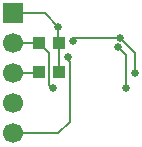
<source format=gbl>
G04 DipTrace 3.0.0.1*
G04 mpu9250.GBL*
%MOIN*%
G04 #@! TF.FileFunction,Copper,L2,Bot*
G04 #@! TF.Part,Single*
G04 #@! TA.AperFunction,Conductor*
%ADD14C,0.008*%
%ADD17R,0.043307X0.03937*%
G04 #@! TA.AperFunction,ComponentPad*
%ADD19R,0.066929X0.066929*%
%ADD20C,0.066929*%
G04 #@! TA.AperFunction,ViaPad*
%ADD25C,0.025*%
%FSLAX26Y26*%
G04*
G70*
G90*
G75*
G01*
G04 Bottom*
%LPD*%
X620916Y674950D2*
D14*
Y768701D1*
X618701D1*
Y824950D1*
X574950Y868701D1*
X468701D1*
X818701Y756201D2*
X843701Y731201D1*
Y618701D1*
X874950Y668701D2*
Y737452D1*
X824952Y787450D1*
X665575Y778076D2*
X662450Y781201D1*
X668700Y787450D1*
X824952D1*
X649950Y724950D2*
Y712452D1*
X656201Y706201D1*
Y506201D1*
X618701Y468701D1*
X468701D1*
Y668701D2*
X553986D1*
Y674950D1*
X599951Y618701D2*
X587451Y631201D1*
Y737451D1*
X556201Y768701D1*
X468701D1*
X553986D1*
D25*
X818701Y756201D3*
X843701Y618701D3*
X618701Y824950D3*
X843701Y618701D3*
X874950Y668701D3*
X665575Y778076D3*
X649950Y724950D3*
X599951Y618701D3*
X824952Y787450D3*
D19*
X468701Y868701D3*
D20*
Y768701D3*
Y668701D3*
Y568701D3*
Y468701D3*
D17*
X553986Y768701D3*
X620916D3*
X553986Y674950D3*
X620916D3*
M02*

</source>
